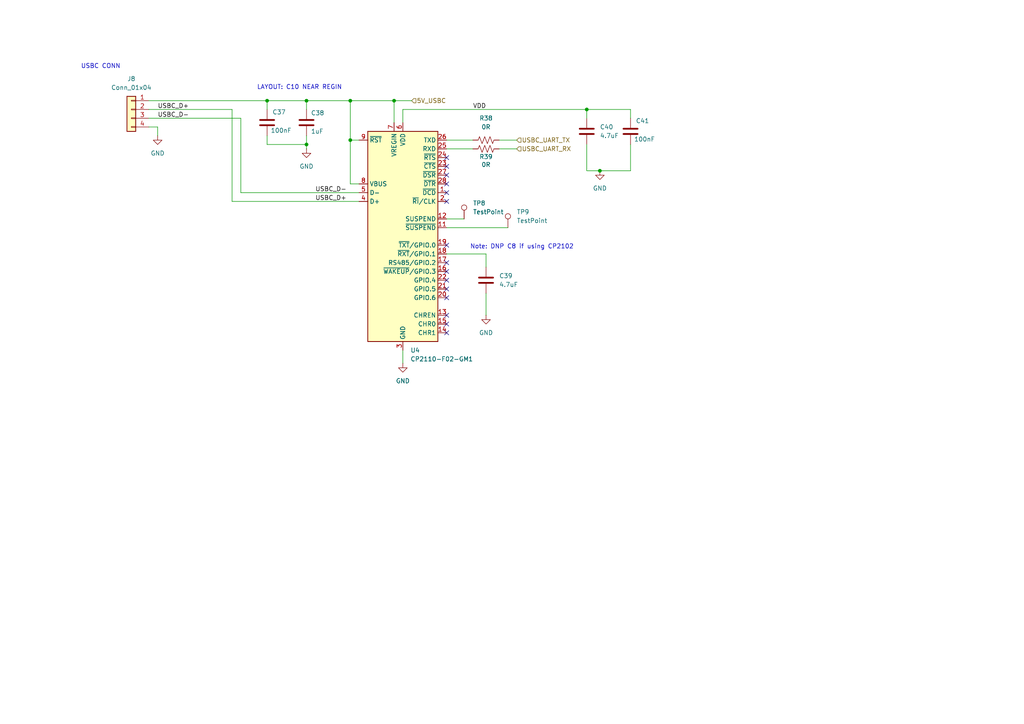
<source format=kicad_sch>
(kicad_sch (version 20231120) (generator "eeschema") (generator_version "8.0")
  (paper "A4")
  (lib_symbols
    (symbol "Connector:TestPoint" (pin_numbers hide) (pin_names (offset 0.762) hide)
      (property "Reference" "TP" (at 0 6.858 0))
      (property "Value" "TestPoint" (at 0 5.08 0))
      (symbol "TestPoint_0_1"
        (circle (center 0 3.302) (radius 0.762))
      )
      (symbol "TestPoint_1_1"
        (pin passive line (at 0 0 90) (length 2.54) (name "1") (number "1"))
      )
    )
    (symbol "Connector_Generic:Conn_01x04" (pin_names (offset 1.016) hide)
      (property "Reference" "J" (at 0 5.08 0))
      (property "Value" "Conn_01x04" (at 0 -7.62 0))
      (symbol "Conn_01x04_1_1"
        (rectangle (start -1.27 -4.953) (end 0 -5.207) (stroke (width 0.1524)))
        (rectangle (start -1.27 -2.413) (end 0 -2.667) (stroke (width 0.1524)))
        (rectangle (start -1.27 0.127) (end 0 -0.127) (stroke (width 0.1524)))
        (rectangle (start -1.27 2.667) (end 0 2.413) (stroke (width 0.1524)))
        (rectangle (start -1.27 3.81) (end 1.27 -6.35) (stroke (width 0.254)) (fill (type background)))
        (pin passive line (at -5.08 2.54 0) (length 3.81) (name "Pin_1") (number "1"))
        (pin passive line (at -5.08 0 0) (length 3.81) (name "Pin_2") (number "2"))
        (pin passive line (at -5.08 -2.54 0) (length 3.81) (name "Pin_3") (number "3"))
        (pin passive line (at -5.08 -5.08 0) (length 3.81) (name "Pin_4") (number "4"))
      )
    )
    (symbol "Device:C" (pin_numbers hide) (pin_names (offset 0.254))
      (property "Reference" "C" (at 0.635 2.54 0))
      (property "Value" "C" (at 0.635 -2.54 0))
      (symbol "C_0_1"
        (polyline (pts (xy -2.032 -0.762) (xy 2.032 -0.762)) (stroke (width 0.508)))
        (polyline (pts (xy -2.032 0.762) (xy 2.032 0.762)) (stroke (width 0.508)))
      )
      (symbol "C_1_1"
        (pin passive line (at 0 3.81 270) (length 2.794) (name "~") (number "1"))
        (pin passive line (at 0 -3.81 90) (length 2.794) (name "~") (number "2"))
      )
    )
    (symbol "Device:R_US" (pin_numbers hide) (pin_names (offset 0))
      (property "Reference" "R" (at 2.54 0 90))
      (property "Value" "R_US" (at -2.54 0 90))
      (symbol "R_US_0_1"
        (polyline (pts (xy 0 -2.286) (xy 0 -2.54)))
        (polyline (pts (xy 0 2.286) (xy 0 2.54)))
        (polyline (pts (xy 0 -0.762) (xy 1.016 -1.143) (xy 0 -1.524) (xy -1.016 -1.905) (xy 0 -2.286)))
        (polyline (pts (xy 0 0.762) (xy 1.016 0.381) (xy 0 0) (xy -1.016 -0.381) (xy 0 -0.762)))
        (polyline (pts (xy 0 2.286) (xy 1.016 1.905) (xy 0 1.524) (xy -1.016 1.143) (xy 0 0.762)))
      )
      (symbol "R_US_1_1"
        (pin passive line (at 0 3.81 270) (length 1.27) (name "~") (number "1"))
        (pin passive line (at 0 -3.81 90) (length 1.27) (name "~") (number "2"))
      )
    )
    (symbol "Interface_USB:CP2102N-Axx-xQFN28"
      (property "Reference" "U" (at -8.89 31.75 0))
      (property "Value" "CP2102N-Axx-xQFN28" (at 12.7 31.75 0))
      (symbol "CP2102N-Axx-xQFN28_0_1"
        (rectangle (start -10.16 30.48) (end 10.16 -30.48) (stroke (width 0.254)) (fill (type background)))
      )
      (symbol "CP2102N-Axx-xQFN28_1_1"
        (pin input line (at 12.7 12.7 180) (length 2.54) (name "~{DCD}") (number "1"))
        (pin no_connect line (at -10.16 -27.94 0) (length 2.54) hide (name "NC") (number "10"))
        (pin output line (at 12.7 2.54 180) (length 2.54) (name "~{SUSPEND}") (number "11"))
        (pin output line (at 12.7 5.08 180) (length 2.54) (name "SUSPEND") (number "12"))
        (pin output line (at 12.7 -22.86 180) (length 2.54) (name "CHREN") (number "13"))
        (pin output line (at 12.7 -27.94 180) (length 2.54) (name "CHR1") (number "14"))
        (pin output line (at 12.7 -25.4 180) (length 2.54) (name "CHR0") (number "15"))
        (pin bidirectional line (at 12.7 -10.16 180) (length 2.54) (name "~{WAKEUP}/GPIO.3") (number "16"))
        (pin bidirectional line (at 12.7 -7.62 180) (length 2.54) (name "RS485/GPIO.2") (number "17"))
        (pin bidirectional line (at 12.7 -5.08 180) (length 2.54) (name "~{RXT}/GPIO.1") (number "18"))
        (pin bidirectional line (at 12.7 -2.54 180) (length 2.54) (name "~{TXT}/GPIO.0") (number "19"))
        (pin bidirectional line (at 12.7 10.16 180) (length 2.54) (name "~{RI}/CLK") (number "2"))
        (pin bidirectional line (at 12.7 -17.78 180) (length 2.54) (name "GPIO.6") (number "20"))
        (pin bidirectional line (at 12.7 -15.24 180) (length 2.54) (name "GPIO.5") (number "21"))
        (pin bidirectional line (at 12.7 -12.7 180) (length 2.54) (name "GPIO.4") (number "22"))
        (pin input line (at 12.7 20.32 180) (length 2.54) (name "~{CTS}") (number "23"))
        (pin output line (at 12.7 22.86 180) (length 2.54) (name "~{RTS}") (number "24"))
        (pin input line (at 12.7 25.4 180) (length 2.54) (name "RXD") (number "25"))
        (pin output line (at 12.7 27.94 180) (length 2.54) (name "TXD") (number "26"))
        (pin input line (at 12.7 17.78 180) (length 2.54) (name "~{DSR}") (number "27"))
        (pin output line (at 12.7 15.24 180) (length 2.54) (name "~{DTR}") (number "28"))
        (pin passive line (at 0 -33.02 90) (length 2.54) hide (name "GND") (number "29"))
        (pin power_in line (at 0 -33.02 90) (length 2.54) (name "GND") (number "3"))
        (pin bidirectional line (at -12.7 10.16 0) (length 2.54) (name "D+") (number "4"))
        (pin bidirectional line (at -12.7 12.7 0) (length 2.54) (name "D-") (number "5"))
        (pin power_in line (at 0 33.02 270) (length 2.54) (name "VDD") (number "6"))
        (pin power_in line (at -2.54 33.02 270) (length 2.54) (name "VREGIN") (number "7"))
        (pin input line (at -12.7 15.24 0) (length 2.54) (name "VBUS") (number "8"))
        (pin input line (at -12.7 27.94 0) (length 2.54) (name "~{RST}") (number "9"))
      )
    )
    (symbol "power:GND" (power) (pin_numbers hide) (pin_names (offset 0) hide)
      (property "Value" "GND" (at 0 -3.81 0))
      (symbol "GND_0_1"
        (polyline (pts (xy 0 0) (xy 0 -1.27) (xy 1.27 -1.27) (xy 0 -2.54) (xy -1.27 -1.27) (xy 0 -1.27)))
      )
      (symbol "GND_1_1"
        (pin power_in line (at 0 0 270) (length 0) (name "~") (number "1"))
      )
    )
  )
  (junction (at 114.3 29.21))
  (junction (at 101.6 40.64))
  (junction (at 170.18 31.75))
  (junction (at 101.6 29.21))
  (junction (at 88.9 41.91))
  (junction (at 173.99 49.53))
  (junction (at 88.9 29.21))
  (junction (at 77.47 29.21))
  (no_connect (at 129.54 81.28))
  (no_connect (at 129.54 45.72))
  (no_connect (at 129.54 76.2))
  (no_connect (at 129.54 50.8))
  (no_connect (at 129.54 48.26))
  (no_connect (at 129.54 83.82))
  (no_connect (at 129.54 55.88))
  (no_connect (at 129.54 58.42))
  (no_connect (at 129.54 91.44))
  (no_connect (at 129.54 71.12))
  (no_connect (at 129.54 93.98))
  (no_connect (at 129.54 86.36))
  (no_connect (at 129.54 53.34))
  (no_connect (at 129.54 96.52))
  (no_connect (at 129.54 78.74))
  (wire (pts (xy 69.85 34.29) (xy 69.85 55.88)))
  (wire (pts (xy 144.78 40.64) (xy 149.86 40.64)))
  (wire (pts (xy 67.31 58.42) (xy 104.14 58.42)))
  (wire (pts (xy 77.47 29.21) (xy 88.9 29.21)))
  (wire (pts (xy 114.3 29.21) (xy 119.38 29.21)))
  (wire (pts (xy 88.9 29.21) (xy 88.9 31.75)))
  (wire (pts (xy 116.84 31.75) (xy 170.18 31.75)))
  (wire (pts (xy 116.84 105.41) (xy 116.84 101.6)))
  (wire (pts (xy 67.31 31.75) (xy 67.31 58.42)))
  (wire (pts (xy 45.72 36.83) (xy 45.72 39.37)))
  (wire (pts (xy 43.18 31.75) (xy 67.31 31.75)))
  (wire (pts (xy 170.18 41.91) (xy 170.18 49.53)))
  (wire (pts (xy 77.47 39.37) (xy 77.47 41.91)))
  (wire (pts (xy 140.97 91.44) (xy 140.97 85.09)))
  (wire (pts (xy 101.6 29.21) (xy 114.3 29.21)))
  (wire (pts (xy 101.6 40.64) (xy 104.14 40.64)))
  (wire (pts (xy 129.54 40.64) (xy 137.16 40.64)))
  (wire (pts (xy 101.6 40.64) (xy 101.6 53.34)))
  (wire (pts (xy 88.9 41.91) (xy 88.9 39.37)))
  (wire (pts (xy 101.6 29.21) (xy 101.6 40.64)))
  (wire (pts (xy 104.14 53.34) (xy 101.6 53.34)))
  (wire (pts (xy 43.18 36.83) (xy 45.72 36.83)))
  (wire (pts (xy 69.85 55.88) (xy 104.14 55.88)))
  (wire (pts (xy 182.88 49.53) (xy 173.99 49.53)))
  (wire (pts (xy 140.97 73.66) (xy 140.97 77.47)))
  (wire (pts (xy 88.9 29.21) (xy 101.6 29.21)))
  (wire (pts (xy 77.47 41.91) (xy 88.9 41.91)))
  (wire (pts (xy 129.54 73.66) (xy 140.97 73.66)))
  (wire (pts (xy 170.18 31.75) (xy 170.18 34.29)))
  (wire (pts (xy 43.18 29.21) (xy 77.47 29.21)))
  (wire (pts (xy 129.54 63.5) (xy 134.62 63.5)))
  (wire (pts (xy 129.54 43.18) (xy 137.16 43.18)))
  (wire (pts (xy 173.99 49.53) (xy 170.18 49.53)))
  (wire (pts (xy 170.18 31.75) (xy 182.88 31.75)))
  (wire (pts (xy 88.9 43.18) (xy 88.9 41.91)))
  (wire (pts (xy 116.84 31.75) (xy 116.84 35.56)))
  (wire (pts (xy 114.3 29.21) (xy 114.3 35.56)))
  (wire (pts (xy 129.54 66.04) (xy 147.32 66.04)))
  (wire (pts (xy 182.88 31.75) (xy 182.88 34.29)))
  (wire (pts (xy 77.47 29.21) (xy 77.47 31.75)))
  (wire (pts (xy 144.78 43.18) (xy 149.86 43.18)))
  (wire (pts (xy 182.88 41.91) (xy 182.88 49.53)))
  (wire (pts (xy 43.18 34.29) (xy 69.85 34.29)))
  (text "USBC CONN\n" (at 29.21 19.304 0) (effects (font (size 1.27 1.27))))
  (text "Note: DNP C8 if using CP2102\n" (at 151.384 71.628 0) (effects (font (size 1.27 1.27))))
  (text "LAYOUT: C10 NEAR REGIN" (at 86.868 25.4 0) (effects (font (size 1.27 1.27))))
  (label "USBC_D+" (at 91.44 58.42 0))
  (label "VDD" (at 137.16 31.75 0))
  (label "USBC_D-" (at 91.44 55.88 0))
  (label "USBC_D-" (at 45.72 34.29 0))
  (label "USBC_D+" (at 45.72 31.75 0))
  (hierarchical_label "USBC_UART_RX" (shape input) (at 149.86 43.18 0))
  (hierarchical_label "USBC_UART_TX" (shape input) (at 149.86 40.64 0))
  (hierarchical_label "5V_USBC" (shape input) (at 119.38 29.21 0))
  (symbol (lib_id "Device:C") (at 88.9 35.56 0) (unit 1)
    (property "Reference" "C38" (at 90.17 32.766 0) (effects (justify left)))
    (property "Value" "1uF" (at 90.17 38.1 0) (effects (justify left)))
    (property "Footprint" "Capacitor_SMD:C_0603_1608Metric_Pad1.08x0.95mm_HandSolder" (effects (hide yes)))
    (property "Datasheet" "https://www.yageo.com/upload/media/product/app/datasheet/mlcc/upy-gphc_x5r_4v-to-50v.pdf" (effects (hide yes)))
    (property "Description" "Unpolarized capacitor" (effects (hide yes)))
    (property "Part Number" "CC0603KRX5R8BB105" (effects (hide yes)))
  )
  (symbol (lib_id "power:GND") (at 116.84 105.41 0) (unit 1)
    (property "Reference" "#PWR048" (effects (hide yes)))
    (property "Value" "GND" (at 116.84 110.49 0))
    (property "Description" "Power symbol creates a global label with name \"GND\" , ground" (effects (hide yes)))
  )
  (symbol (lib_id "Interface_USB:CP2102N-Axx-xQFN28") (at 116.84 68.58 0) (unit 1)
    (property "Reference" "U4" (at 119.0341 101.6 0) (effects (justify left)))
    (property "Value" "CP2110-F02-GM1" (at 119.0341 104.14 0) (effects (justify left)))
    (property "Footprint" "Package_DFN_QFN:QFN-28-1EP_5x5mm_P0.5mm_EP3.35x3.35mm" (effects (hide yes)))
    (property "Datasheet" "https://www.silabs.com/documents/public/data-sheets/cp2102n-datasheet.pdf" (effects (hide yes)))
    (property "Description" "USB to UART master bridge, QFN-28" (effects (hide yes)))
    (property "Part Number" "CP2110-F02-GM1" (effects (hide yes)))
  )
  (symbol (lib_id "Connector:TestPoint") (at 147.32 66.04 0) (unit 1)
    (property "Reference" "TP9" (at 149.86 61.4679 0) (effects (justify left)))
    (property "Value" "TestPoint" (at 149.86 64.0079 0) (effects (justify left)))
    (property "Footprint" "TestPoint:TestPoint_Pad_D3.0mm" (effects (hide yes)))
    (property "Description" "test point" (effects (hide yes)))
  )
  (symbol (lib_id "Device:C") (at 182.88 38.1 0) (unit 1)
    (property "Reference" "C41" (at 184.404 35.052 0) (effects (justify left)))
    (property "Value" "100nF" (at 183.896 40.386 0) (effects (justify left)))
    (property "Footprint" "Capacitor_SMD:C_0603_1608Metric_Pad1.08x0.95mm_HandSolder" (effects (hide yes)))
    (property "Datasheet" "https://www.yageo.com/upload/media/product/productsearch/datasheet/mlcc/UPY-GPHC_X7R_6.3V-to-250V_24.pdf" (effects (hide yes)))
    (property "Description" "Unpolarized capacitor" (effects (hide yes)))
    (property "Part Number" "CC0603KRX7R7BB104" (effects (hide yes)))
  )
  (symbol (lib_id "power:GND") (at 88.9 43.18 0) (unit 1)
    (property "Reference" "#PWR047" (effects (hide yes)))
    (property "Value" "GND" (at 88.9 48.26 0))
    (property "Description" "Power symbol creates a global label with name \"GND\" , ground" (effects (hide yes)))
  )
  (symbol (lib_id "Device:C") (at 140.97 81.28 0) (unit 1)
    (property "Reference" "C39" (at 144.78 80.0099 0) (effects (justify left)))
    (property "Value" "4.7uF" (at 144.78 82.5499 0) (effects (justify left)))
    (property "Footprint" "Capacitor_SMD:C_0603_1608Metric_Pad1.08x0.95mm_HandSolder" (effects (hide yes)))
    (property "Datasheet" "https://mm.digikey.com/Volume0/opasdata/d220001/medias/docus/609/CL10A475KP8NNNC_Spec.pdf" (effects (hide yes)))
    (property "Description" "Unpolarized capacitor" (effects (hide yes)))
    (property "Part Number" "CL10A475KP8NNNC" (effects (hide yes)))
  )
  (symbol (lib_id "Device:R_US") (at 140.97 40.64 90) (unit 1)
    (property "Reference" "R38" (at 140.97 34.29 90))
    (property "Value" "0R" (at 140.97 36.83 90))
    (property "Footprint" "Resistor_SMD:R_0603_1608Metric_Pad0.98x0.95mm_HandSolder" (effects (hide yes)))
    (property "Datasheet" "https://www.yageo.com/upload/media/product/products/datasheet/rchip/PYu-RC_Group_51_RoHS_L_12.pdf" (effects (hide yes)))
    (property "Description" "Resistor, US symbol" (effects (hide yes)))
    (property "MANUFACTURER PART NUMBER" "RC0603JR-070RL" (effects (hide yes)))
    (property "Digikey Part Number" "311-0.0GRTR-ND" (effects (hide yes)))
  )
  (symbol (lib_id "Connector:TestPoint") (at 134.62 63.5 0) (unit 1)
    (property "Reference" "TP8" (at 137.16 58.9279 0) (effects (justify left)))
    (property "Value" "TestPoint" (at 137.16 61.4679 0) (effects (justify left)))
    (property "Footprint" "TestPoint:TestPoint_Pad_D3.0mm" (effects (hide yes)))
    (property "Description" "test point" (effects (hide yes)))
  )
  (symbol (lib_id "power:GND") (at 173.99 49.53 0) (unit 1)
    (property "Reference" "#PWR050" (effects (hide yes)))
    (property "Value" "GND" (at 173.99 54.61 0))
    (property "Description" "Power symbol creates a global label with name \"GND\" , ground" (effects (hide yes)))
  )
  (symbol (lib_id "Device:C") (at 170.18 38.1 0) (unit 1)
    (property "Reference" "C40" (at 173.99 36.8299 0) (effects (justify left)))
    (property "Value" "4.7uF" (at 173.99 39.3699 0) (effects (justify left)))
    (property "Footprint" "Capacitor_SMD:C_0603_1608Metric_Pad1.08x0.95mm_HandSolder" (effects (hide yes)))
    (property "Datasheet" "https://mm.digikey.com/Volume0/opasdata/d220001/medias/docus/609/CL10A475KP8NNNC_Spec.pdf" (effects (hide yes)))
    (property "Description" "Unpolarized capacitor" (effects (hide yes)))
    (property "Part Number" "CL10A475KP8NNNC" (effects (hide yes)))
  )
  (symbol (lib_id "power:GND") (at 45.72 39.37 0) (unit 1)
    (property "Reference" "#PWR046" (effects (hide yes)))
    (property "Value" "GND" (at 45.72 44.45 0))
    (property "Description" "Power symbol creates a global label with name \"GND\" , ground" (effects (hide yes)))
  )
  (symbol (lib_id "power:GND") (at 140.97 91.44 0) (unit 1)
    (property "Reference" "#PWR049" (effects (hide yes)))
    (property "Value" "GND" (at 140.97 96.52 0))
    (property "Description" "Power symbol creates a global label with name \"GND\" , ground" (effects (hide yes)))
  )
  (symbol (lib_id "Device:R_US") (at 140.97 43.18 90) (unit 1)
    (property "Reference" "R39" (at 140.97 45.466 90))
    (property "Value" "0R" (at 140.97 47.752 90))
    (property "Footprint" "Resistor_SMD:R_0603_1608Metric_Pad0.98x0.95mm_HandSolder" (effects (hide yes)))
    (property "Datasheet" "https://www.yageo.com/upload/media/product/products/datasheet/rchip/PYu-RC_Group_51_RoHS_L_12.pdf" (effects (hide yes)))
    (property "Description" "Resistor, US symbol" (effects (hide yes)))
    (property "MANUFACTURER PART NUMBER" "RC0603JR-070RL" (effects (hide yes)))
    (property "Digikey Part Number" "311-0.0GRTR-ND" (effects (hide yes)))
  )
  (symbol (lib_id "Device:C") (at 77.47 35.56 0) (unit 1)
    (property "Reference" "C37" (at 78.994 32.512 0) (effects (justify left)))
    (property "Value" "100nF" (at 78.486 37.846 0) (effects (justify left)))
    (property "Footprint" "Capacitor_SMD:C_0603_1608Metric_Pad1.08x0.95mm_HandSolder" (effects (hide yes)))
    (property "Datasheet" "https://www.yageo.com/upload/media/product/productsearch/datasheet/mlcc/UPY-GPHC_X7R_6.3V-to-250V_24.pdf" (effects (hide yes)))
    (property "Description" "Unpolarized capacitor" (effects (hide yes)))
    (property "Part Number" "CC0603KRX7R7BB104" (effects (hide yes)))
  )
  (symbol (lib_id "Connector_Generic:Conn_01x04") (at 38.1 31.75 0) (mirror y) (unit 1)
    (property "Reference" "J8" (at 38.1 22.86 0))
    (property "Value" "Conn_01x04" (at 38.1 25.4 0))
    (property "Description" "Generic connector, single row, 01x04, script generated (kicad-library-utils/schlib/autogen/connector/)" (effects (hide yes)))
  )
)
</source>
